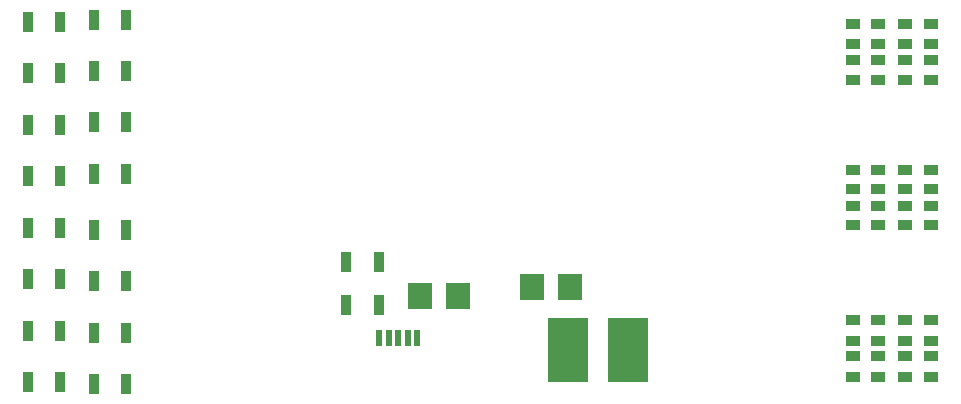
<source format=gtp>
%FSLAX23Y23*%
%MOIN*%
G70*
G01*
G75*
G04 Layer_Color=8421504*
%ADD10R,0.020X0.055*%
%ADD11R,0.037X0.067*%
%ADD12R,0.051X0.033*%
%ADD13R,0.132X0.213*%
%ADD14R,0.079X0.087*%
%ADD15C,0.025*%
%ADD16C,0.020*%
%ADD17C,0.015*%
%ADD18C,0.010*%
%ADD19C,0.005*%
%ADD20O,0.043X0.142*%
%ADD21C,0.063*%
%ADD22R,0.063X0.063*%
%ADD23P,0.128X8X112.5*%
%ADD24P,0.128X8X202.5*%
%ADD25C,0.081*%
%ADD26C,0.060*%
%ADD27C,0.059*%
%ADD28R,0.059X0.059*%
%ADD29R,0.059X0.059*%
%ADD30C,0.016*%
%ADD31C,0.024*%
%ADD32C,0.010*%
%ADD33C,0.012*%
%ADD34C,0.006*%
%ADD35C,0.008*%
%ADD36C,0.006*%
D10*
X632Y240D02*
D03*
X664D02*
D03*
X758D02*
D03*
X726D02*
D03*
X695D02*
D03*
D11*
X-432Y95D02*
D03*
X-538D02*
D03*
X520Y495D02*
D03*
X630D02*
D03*
X520Y350D02*
D03*
X630D02*
D03*
X-318Y1303D02*
D03*
X-212D02*
D03*
X-318Y1131D02*
D03*
X-212D02*
D03*
X-318Y960D02*
D03*
X-212D02*
D03*
X-318Y789D02*
D03*
X-212D02*
D03*
X-318Y601D02*
D03*
X-212D02*
D03*
X-318Y430D02*
D03*
X-212D02*
D03*
X-318Y259D02*
D03*
X-212D02*
D03*
X-318Y87D02*
D03*
X-212D02*
D03*
X-432Y1295D02*
D03*
X-538D02*
D03*
X-432Y1124D02*
D03*
X-538D02*
D03*
X-432Y952D02*
D03*
X-538D02*
D03*
X-432Y781D02*
D03*
X-538D02*
D03*
X-432Y609D02*
D03*
X-538D02*
D03*
X-432Y438D02*
D03*
X-538D02*
D03*
X-432Y266D02*
D03*
X-538D02*
D03*
D12*
X2210Y1222D02*
D03*
Y1288D02*
D03*
X2210Y233D02*
D03*
Y300D02*
D03*
X2295Y233D02*
D03*
Y300D02*
D03*
X2385D02*
D03*
Y233D02*
D03*
X2470D02*
D03*
Y300D02*
D03*
X2210Y113D02*
D03*
Y180D02*
D03*
X2295D02*
D03*
Y113D02*
D03*
X2385D02*
D03*
Y180D02*
D03*
X2470D02*
D03*
Y113D02*
D03*
Y683D02*
D03*
Y617D02*
D03*
X2385D02*
D03*
Y683D02*
D03*
X2295D02*
D03*
Y617D02*
D03*
X2210D02*
D03*
Y683D02*
D03*
X2470Y1168D02*
D03*
Y1102D02*
D03*
X2385Y1168D02*
D03*
Y1102D02*
D03*
X2295Y1168D02*
D03*
Y1102D02*
D03*
X2210Y1168D02*
D03*
Y1102D02*
D03*
X2470Y737D02*
D03*
Y803D02*
D03*
X2385D02*
D03*
Y737D02*
D03*
X2295D02*
D03*
Y803D02*
D03*
X2210Y737D02*
D03*
Y803D02*
D03*
X2470Y1222D02*
D03*
Y1288D02*
D03*
X2385Y1222D02*
D03*
Y1288D02*
D03*
X2295Y1222D02*
D03*
Y1288D02*
D03*
D13*
X1259Y200D02*
D03*
X1461D02*
D03*
D14*
X893Y380D02*
D03*
X767D02*
D03*
X1142Y410D02*
D03*
X1268D02*
D03*
M02*

</source>
